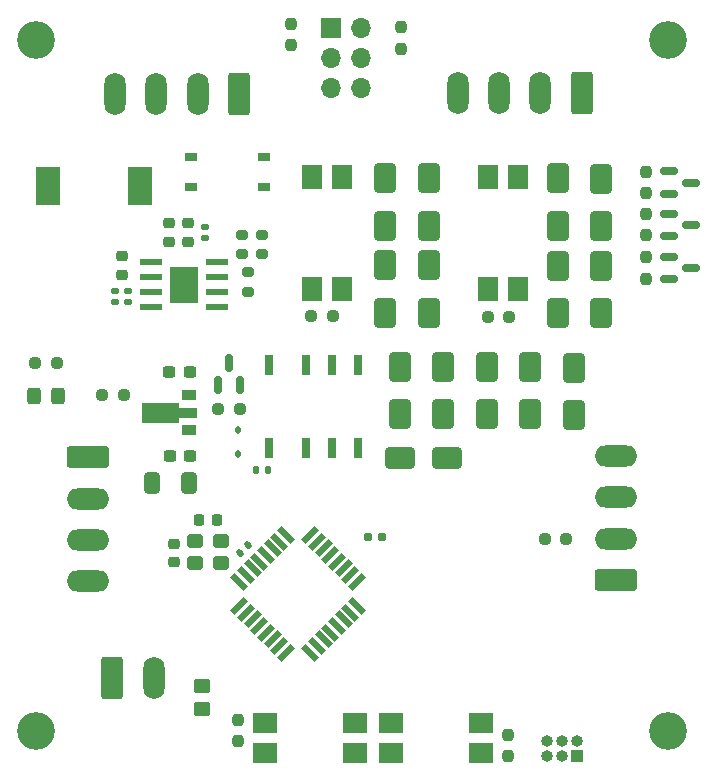
<source format=gbr>
%TF.GenerationSoftware,KiCad,Pcbnew,7.0.11*%
%TF.CreationDate,2024-04-01T19:46:57+02:00*%
%TF.ProjectId,BloX_ABC_MkII,426c6f58-5f41-4424-935f-4d6b49492e6b,rev?*%
%TF.SameCoordinates,Original*%
%TF.FileFunction,Soldermask,Top*%
%TF.FilePolarity,Negative*%
%FSLAX46Y46*%
G04 Gerber Fmt 4.6, Leading zero omitted, Abs format (unit mm)*
G04 Created by KiCad (PCBNEW 7.0.11) date 2024-04-01 19:46:57*
%MOMM*%
%LPD*%
G01*
G04 APERTURE LIST*
G04 Aperture macros list*
%AMRoundRect*
0 Rectangle with rounded corners*
0 $1 Rounding radius*
0 $2 $3 $4 $5 $6 $7 $8 $9 X,Y pos of 4 corners*
0 Add a 4 corners polygon primitive as box body*
4,1,4,$2,$3,$4,$5,$6,$7,$8,$9,$2,$3,0*
0 Add four circle primitives for the rounded corners*
1,1,$1+$1,$2,$3*
1,1,$1+$1,$4,$5*
1,1,$1+$1,$6,$7*
1,1,$1+$1,$8,$9*
0 Add four rect primitives between the rounded corners*
20,1,$1+$1,$2,$3,$4,$5,0*
20,1,$1+$1,$4,$5,$6,$7,0*
20,1,$1+$1,$6,$7,$8,$9,0*
20,1,$1+$1,$8,$9,$2,$3,0*%
%AMRotRect*
0 Rectangle, with rotation*
0 The origin of the aperture is its center*
0 $1 length*
0 $2 width*
0 $3 Rotation angle, in degrees counterclockwise*
0 Add horizontal line*
21,1,$1,$2,0,0,$3*%
%AMFreePoly0*
4,1,9,3.862500,-0.866500,0.737500,-0.866500,0.737500,-0.450000,-0.737500,-0.450000,-0.737500,0.450000,0.737500,0.450000,0.737500,0.866500,3.862500,0.866500,3.862500,-0.866500,3.862500,-0.866500,$1*%
G04 Aperture macros list end*
%ADD10RoundRect,0.250000X-0.650000X1.000000X-0.650000X-1.000000X0.650000X-1.000000X0.650000X1.000000X0*%
%ADD11RoundRect,0.237500X0.250000X0.237500X-0.250000X0.237500X-0.250000X-0.237500X0.250000X-0.237500X0*%
%ADD12R,2.000000X1.780000*%
%ADD13RoundRect,0.140000X-0.170000X0.140000X-0.170000X-0.140000X0.170000X-0.140000X0.170000X0.140000X0*%
%ADD14C,3.200000*%
%ADD15RoundRect,0.250000X0.650000X1.550000X-0.650000X1.550000X-0.650000X-1.550000X0.650000X-1.550000X0*%
%ADD16O,1.800000X3.600000*%
%ADD17RoundRect,0.200000X0.275000X-0.200000X0.275000X0.200000X-0.275000X0.200000X-0.275000X-0.200000X0*%
%ADD18RoundRect,0.237500X-0.237500X0.250000X-0.237500X-0.250000X0.237500X-0.250000X0.237500X0.250000X0*%
%ADD19RoundRect,0.250000X-1.000000X-0.650000X1.000000X-0.650000X1.000000X0.650000X-1.000000X0.650000X0*%
%ADD20RoundRect,0.250000X0.650000X-1.000000X0.650000X1.000000X-0.650000X1.000000X-0.650000X-1.000000X0*%
%ADD21R,1.300000X0.900000*%
%ADD22FreePoly0,180.000000*%
%ADD23RoundRect,0.237500X0.237500X-0.250000X0.237500X0.250000X-0.237500X0.250000X-0.237500X-0.250000X0*%
%ADD24RoundRect,0.250000X-0.650000X-1.550000X0.650000X-1.550000X0.650000X1.550000X-0.650000X1.550000X0*%
%ADD25R,1.780000X2.000000*%
%ADD26RoundRect,0.237500X0.300000X0.237500X-0.300000X0.237500X-0.300000X-0.237500X0.300000X-0.237500X0*%
%ADD27RoundRect,0.150000X-0.587500X-0.150000X0.587500X-0.150000X0.587500X0.150000X-0.587500X0.150000X0*%
%ADD28RoundRect,0.250000X0.412500X0.650000X-0.412500X0.650000X-0.412500X-0.650000X0.412500X-0.650000X0*%
%ADD29RoundRect,0.225000X-0.225000X-0.250000X0.225000X-0.250000X0.225000X0.250000X-0.225000X0.250000X0*%
%ADD30RoundRect,0.160000X0.197500X0.160000X-0.197500X0.160000X-0.197500X-0.160000X0.197500X-0.160000X0*%
%ADD31RotRect,1.600000X0.550000X315.000000*%
%ADD32RotRect,1.600000X0.550000X45.000000*%
%ADD33RoundRect,0.140000X0.140000X0.170000X-0.140000X0.170000X-0.140000X-0.170000X0.140000X-0.170000X0*%
%ADD34RoundRect,0.250000X-1.550000X0.650000X-1.550000X-0.650000X1.550000X-0.650000X1.550000X0.650000X0*%
%ADD35O,3.600000X1.800000*%
%ADD36RoundRect,0.237500X-0.250000X-0.237500X0.250000X-0.237500X0.250000X0.237500X-0.250000X0.237500X0*%
%ADD37RoundRect,0.250000X0.325000X0.450000X-0.325000X0.450000X-0.325000X-0.450000X0.325000X-0.450000X0*%
%ADD38R,1.700000X1.700000*%
%ADD39O,1.700000X1.700000*%
%ADD40RoundRect,0.225000X-0.250000X0.225000X-0.250000X-0.225000X0.250000X-0.225000X0.250000X0.225000X0*%
%ADD41RoundRect,0.200000X-0.275000X0.200000X-0.275000X-0.200000X0.275000X-0.200000X0.275000X0.200000X0*%
%ADD42RoundRect,0.112500X0.112500X-0.187500X0.112500X0.187500X-0.112500X0.187500X-0.112500X-0.187500X0*%
%ADD43R,1.910000X0.610000*%
%ADD44R,1.205000X1.550000*%
%ADD45R,0.800000X1.800000*%
%ADD46RoundRect,0.225000X0.250000X-0.225000X0.250000X0.225000X-0.250000X0.225000X-0.250000X-0.225000X0*%
%ADD47R,2.000000X3.200000*%
%ADD48RoundRect,0.140000X0.021213X-0.219203X0.219203X-0.021213X-0.021213X0.219203X-0.219203X0.021213X0*%
%ADD49R,1.000000X1.000000*%
%ADD50O,1.000000X1.000000*%
%ADD51RoundRect,0.300000X0.400000X0.300000X-0.400000X0.300000X-0.400000X-0.300000X0.400000X-0.300000X0*%
%ADD52RoundRect,0.150000X0.150000X-0.587500X0.150000X0.587500X-0.150000X0.587500X-0.150000X-0.587500X0*%
%ADD53R,1.000000X0.800000*%
%ADD54RoundRect,0.250000X-0.450000X0.350000X-0.450000X-0.350000X0.450000X-0.350000X0.450000X0.350000X0*%
%ADD55RoundRect,0.250000X1.550000X-0.650000X1.550000X0.650000X-1.550000X0.650000X-1.550000X-0.650000X0*%
G04 APERTURE END LIST*
D10*
%TO.C,D403*%
X125801000Y-74693500D03*
X125801000Y-78693500D03*
%TD*%
%TO.C,D404*%
X125801000Y-82059500D03*
X125801000Y-86059500D03*
%TD*%
D11*
%TO.C,R501*%
X95249500Y-94163000D03*
X93424500Y-94163000D03*
%TD*%
D12*
%TO.C,U2*%
X115697000Y-123317000D03*
X115697000Y-120777000D03*
X108077000Y-120777000D03*
X108077000Y-123317000D03*
%TD*%
D13*
%TO.C,C906*%
X92282500Y-78770000D03*
X92282500Y-79730000D03*
%TD*%
D14*
%TO.C,REF\u002A\u002A*%
X78000000Y-63000000D03*
%TD*%
D15*
%TO.C,J802*%
X124195000Y-67432500D03*
D16*
X120695000Y-67432500D03*
X117195000Y-67432500D03*
X113695000Y-67432500D03*
%TD*%
D17*
%TO.C,R903*%
X95457500Y-81089000D03*
X95457500Y-79439000D03*
%TD*%
D18*
%TO.C,R802*%
X108875000Y-61877000D03*
X108875000Y-63702000D03*
%TD*%
D19*
%TO.C,D504*%
X108817000Y-98330000D03*
X112817000Y-98330000D03*
%TD*%
D20*
%TO.C,D506*%
X112500000Y-94615000D03*
X112500000Y-90615000D03*
%TD*%
D21*
%TO.C,U301*%
X90932000Y-96012000D03*
D22*
X90844500Y-94512000D03*
D21*
X90932000Y-93012000D03*
%TD*%
D23*
%TO.C,R803*%
X129667000Y-75946000D03*
X129667000Y-74121000D03*
%TD*%
D24*
%TO.C,J1*%
X84455000Y-116967000D03*
D16*
X87955000Y-116967000D03*
%TD*%
D25*
%TO.C,U402*%
X116276000Y-84079000D03*
X118816000Y-84079000D03*
X118816000Y-74549000D03*
X116276000Y-74549000D03*
%TD*%
D26*
%TO.C,C301*%
X91006000Y-91059000D03*
X89281000Y-91059000D03*
%TD*%
D27*
%TO.C,Q803*%
X131594000Y-81322500D03*
X131594000Y-83222500D03*
X133469000Y-82272500D03*
%TD*%
D28*
%TO.C,C303*%
X90970500Y-100457000D03*
X87845500Y-100457000D03*
%TD*%
D29*
%TO.C,C201*%
X91798000Y-103623000D03*
X93348000Y-103623000D03*
%TD*%
D30*
%TO.C,R202*%
X107277500Y-105029000D03*
X106082500Y-105029000D03*
%TD*%
D31*
%TO.C,U202*%
X99177695Y-104869897D03*
X98612010Y-105435583D03*
X98046324Y-106001268D03*
X97480639Y-106566953D03*
X96914953Y-107132639D03*
X96349268Y-107698324D03*
X95783583Y-108264010D03*
X95217897Y-108829695D03*
D32*
X95217897Y-110880305D03*
X95783583Y-111445990D03*
X96349268Y-112011676D03*
X96914953Y-112577361D03*
X97480639Y-113143047D03*
X98046324Y-113708732D03*
X98612010Y-114274417D03*
X99177695Y-114840103D03*
D31*
X101228305Y-114840103D03*
X101793990Y-114274417D03*
X102359676Y-113708732D03*
X102925361Y-113143047D03*
X103491047Y-112577361D03*
X104056732Y-112011676D03*
X104622417Y-111445990D03*
X105188103Y-110880305D03*
D32*
X105188103Y-108829695D03*
X104622417Y-108264010D03*
X104056732Y-107698324D03*
X103491047Y-107132639D03*
X102925361Y-106566953D03*
X102359676Y-106001268D03*
X101793990Y-105435583D03*
X101228305Y-104869897D03*
%TD*%
D33*
%TO.C,C501*%
X97611000Y-99370000D03*
X96651000Y-99370000D03*
%TD*%
D10*
%TO.C,D303*%
X111252000Y-74676000D03*
X111252000Y-78676000D03*
%TD*%
D34*
%TO.C,J101*%
X82432500Y-98305000D03*
D35*
X82432500Y-101805000D03*
X82432500Y-105305000D03*
X82432500Y-108805000D03*
%TD*%
D36*
%TO.C,R203*%
X83587500Y-93000000D03*
X85412500Y-93000000D03*
%TD*%
D37*
%TO.C,D201*%
X79892000Y-93091000D03*
X77842000Y-93091000D03*
%TD*%
D13*
%TO.C,C903*%
X84662500Y-84201000D03*
X84662500Y-85161000D03*
%TD*%
D10*
%TO.C,D507*%
X108817000Y-90615000D03*
X108817000Y-94615000D03*
%TD*%
D38*
%TO.C,J801*%
X102960000Y-61960000D03*
D39*
X105500000Y-61960000D03*
X102960000Y-64500000D03*
X105500000Y-64500000D03*
X102960000Y-67040000D03*
X105500000Y-67040000D03*
%TD*%
D23*
%TO.C,R2*%
X95123000Y-122324500D03*
X95123000Y-120499500D03*
%TD*%
D40*
%TO.C,C203*%
X89652000Y-105610000D03*
X89652000Y-107160000D03*
%TD*%
D11*
%TO.C,R401*%
X118077500Y-86426000D03*
X116252500Y-86426000D03*
%TD*%
D41*
%TO.C,R901*%
X97108500Y-79439000D03*
X97108500Y-81089000D03*
%TD*%
D27*
%TO.C,Q801*%
X131594000Y-74083500D03*
X131594000Y-75983500D03*
X133469000Y-75033500D03*
%TD*%
D42*
%TO.C,D505*%
X95099000Y-98041000D03*
X95099000Y-95941000D03*
%TD*%
D43*
%TO.C,U901*%
X87757000Y-81788000D03*
X87757000Y-83058000D03*
X87757000Y-84328000D03*
X87757000Y-85598000D03*
X93317000Y-85598000D03*
X93317000Y-84328000D03*
X93317000Y-83058000D03*
X93317000Y-81788000D03*
D44*
X89934500Y-82918000D03*
X89934500Y-84468000D03*
X91139500Y-82918000D03*
X91139500Y-84468000D03*
%TD*%
D13*
%TO.C,C902*%
X85805500Y-84201000D03*
X85805500Y-85161000D03*
%TD*%
D20*
%TO.C,D502*%
X119866000Y-94615000D03*
X119866000Y-90615000D03*
%TD*%
%TO.C,D302*%
X107569000Y-86042000D03*
X107569000Y-82042000D03*
%TD*%
D45*
%TO.C,K501*%
X97700000Y-97480000D03*
X100900000Y-97480000D03*
X103100000Y-97480000D03*
X105300000Y-97480000D03*
X105300000Y-90480000D03*
X103100000Y-90480000D03*
X100900000Y-90480000D03*
X97700000Y-90480000D03*
%TD*%
D46*
%TO.C,C901*%
X85297500Y-82817000D03*
X85297500Y-81267000D03*
%TD*%
D10*
%TO.C,D304*%
X111252000Y-82042000D03*
X111252000Y-86042000D03*
%TD*%
D41*
%TO.C,R902*%
X95965500Y-82614000D03*
X95965500Y-84264000D03*
%TD*%
D15*
%TO.C,J103*%
X95195000Y-67500000D03*
D16*
X91695000Y-67500000D03*
X88195000Y-67500000D03*
X84695000Y-67500000D03*
%TD*%
D47*
%TO.C,L901*%
X79031000Y-75311000D03*
X86831000Y-75311000D03*
%TD*%
D12*
%TO.C,U1*%
X97409000Y-120777000D03*
X97409000Y-123317000D03*
X105029000Y-123317000D03*
X105029000Y-120777000D03*
%TD*%
D18*
%TO.C,R1*%
X117983000Y-121769500D03*
X117983000Y-123594500D03*
%TD*%
D26*
%TO.C,C302*%
X91032500Y-98171000D03*
X89307500Y-98171000D03*
%TD*%
D48*
%TO.C,C202*%
X95240000Y-106385000D03*
X95918822Y-105706178D03*
%TD*%
D49*
%TO.C,U201*%
X123825000Y-123571000D03*
D50*
X123825000Y-122301000D03*
X122555000Y-123571000D03*
X122555000Y-122301000D03*
X121285000Y-123571000D03*
X121285000Y-122301000D03*
%TD*%
D51*
%TO.C,Y201*%
X93630000Y-105374000D03*
X91430000Y-105374000D03*
X91430000Y-107274000D03*
X93630000Y-107274000D03*
%TD*%
D20*
%TO.C,D401*%
X122174000Y-78679000D03*
X122174000Y-74679000D03*
%TD*%
D14*
%TO.C,REF\u002A\u002A*%
X78000000Y-121500000D03*
%TD*%
D11*
%TO.C,R301*%
X103147500Y-86360000D03*
X101322500Y-86360000D03*
%TD*%
D14*
%TO.C,REF\u002A\u002A*%
X131500000Y-121500000D03*
%TD*%
D18*
%TO.C,R801*%
X99615000Y-61599500D03*
X99615000Y-63424500D03*
%TD*%
D52*
%TO.C,Q501*%
X93387000Y-92179500D03*
X95287000Y-92179500D03*
X94337000Y-90304500D03*
%TD*%
D20*
%TO.C,D402*%
X122174000Y-86059500D03*
X122174000Y-82059500D03*
%TD*%
D40*
%TO.C,C904*%
X90900500Y-78473000D03*
X90900500Y-80023000D03*
%TD*%
D25*
%TO.C,U302*%
X101346000Y-84079000D03*
X103886000Y-84079000D03*
X103886000Y-74549000D03*
X101346000Y-74549000D03*
%TD*%
D27*
%TO.C,Q802*%
X131594000Y-77694500D03*
X131594000Y-79594500D03*
X133469000Y-78644500D03*
%TD*%
D23*
%TO.C,R805*%
X129667000Y-83185000D03*
X129667000Y-81360000D03*
%TD*%
D53*
%TO.C,D701*%
X97309000Y-75438000D03*
X97309000Y-72898000D03*
X91159000Y-72898000D03*
X91159000Y-75438000D03*
%TD*%
D23*
%TO.C,R804*%
X129667000Y-79502000D03*
X129667000Y-77677000D03*
%TD*%
D10*
%TO.C,D501*%
X123549000Y-90742000D03*
X123549000Y-94742000D03*
%TD*%
D36*
%TO.C,R204*%
X121058300Y-105206800D03*
X122883300Y-105206800D03*
%TD*%
D54*
%TO.C,R3*%
X92075000Y-117618000D03*
X92075000Y-119618000D03*
%TD*%
D11*
%TO.C,R201*%
X79779500Y-90297000D03*
X77954500Y-90297000D03*
%TD*%
D55*
%TO.C,J102*%
X127067500Y-108695000D03*
D35*
X127067500Y-105195000D03*
X127067500Y-101695000D03*
X127067500Y-98195000D03*
%TD*%
D40*
%TO.C,C905*%
X89234500Y-78473000D03*
X89234500Y-80023000D03*
%TD*%
D10*
%TO.C,D503*%
X116183000Y-90615000D03*
X116183000Y-94615000D03*
%TD*%
D20*
%TO.C,D301*%
X107569000Y-78676000D03*
X107569000Y-74676000D03*
%TD*%
D14*
%TO.C,REF\u002A\u002A*%
X131500000Y-63000000D03*
%TD*%
M02*

</source>
